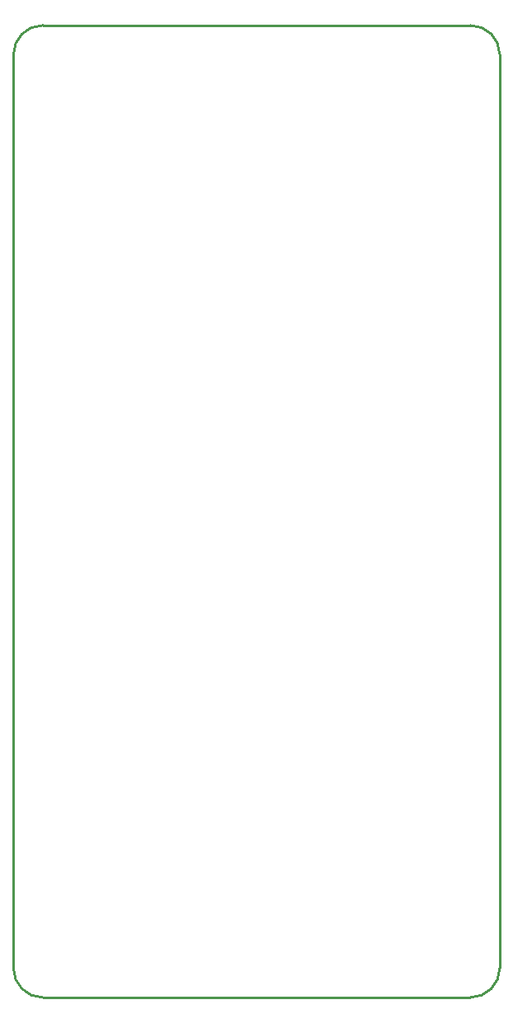
<source format=gko>
G04 Layer_Color=16711935*
%FSAX44Y44*%
%MOMM*%
G71*
G01*
G75*
%ADD42C,0.2540*%
D42*
X00130000Y01200000D02*
G03*
X00100000Y01170000I00000000J-00030000D01*
G01*
X00600000D02*
G03*
X00570000Y01200000I-00030000J00000000D01*
G01*
Y00200000D02*
G03*
X00600000Y00230000I00000000J00030000D01*
G01*
X00100000D02*
G03*
X00130000Y00200000I00030000J00000000D01*
G01*
X00100000Y00230000D02*
Y01170000D01*
X00130000Y01200000D02*
X00570000D01*
X00600000Y00230000D02*
Y01170000D01*
X00130000Y00200000D02*
X00570000D01*
M02*

</source>
